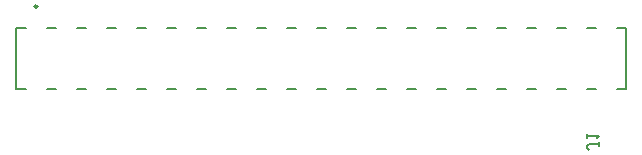
<source format=gbo>
G04*
G04 #@! TF.GenerationSoftware,Altium Limited,Altium Designer,25.1.2 (22)*
G04*
G04 Layer_Color=32896*
%FSLAX44Y44*%
%MOMM*%
G71*
G04*
G04 #@! TF.SameCoordinates,64B4FDAD-AF64-4148-92BB-00BBC35E7A55*
G04*
G04*
G04 #@! TF.FilePolarity,Positive*
G04*
G01*
G75*
%ADD10C,0.2500*%
%ADD12C,0.2000*%
D10*
X84750Y569000D02*
G03*
X84750Y569000I-1250J0D01*
G01*
D12*
X67000Y499250D02*
X74950D01*
X92450D02*
X100350D01*
X117850D02*
X125750D01*
X143250D02*
X151150D01*
X168650D02*
X176550D01*
X194050D02*
X201950D01*
X219450D02*
X227350D01*
X244850D02*
X252750D01*
X270250D02*
X278150D01*
X295650D02*
X303550D01*
X321050D02*
X328950D01*
X346450D02*
X354350D01*
X371850D02*
X379750D01*
X397250D02*
X405150D01*
X422650D02*
X430550D01*
X448050D02*
X455950D01*
X473450D02*
X481350D01*
X498850D02*
X506750D01*
X524250D02*
X532150D01*
X549650D02*
X557550D01*
X575050D02*
X583000D01*
Y550750D01*
X67000D02*
X74950D01*
X92450D02*
X100350D01*
X117850D02*
X125750D01*
X143250D02*
X151150D01*
X168650D02*
X176550D01*
X194050D02*
X201950D01*
X219450D02*
X227350D01*
X244850D02*
X252750D01*
X270250D02*
X278150D01*
X295650D02*
X303550D01*
X321050D02*
X328950D01*
X346450D02*
X354350D01*
X371850D02*
X379750D01*
X397250D02*
X405150D01*
X422650D02*
X430550D01*
X448050D02*
X455950D01*
X473450D02*
X481350D01*
X498850D02*
X506750D01*
X524250D02*
X532150D01*
X549650D02*
X557550D01*
X575050D02*
X583000D01*
X67000Y499250D02*
Y550750D01*
X559998Y454000D02*
Y450668D01*
Y452334D01*
X551668D01*
X550002Y450668D01*
Y449002D01*
X551668Y447336D01*
X550002Y457332D02*
Y460664D01*
Y458998D01*
X559998D01*
X558332Y457332D01*
M02*

</source>
